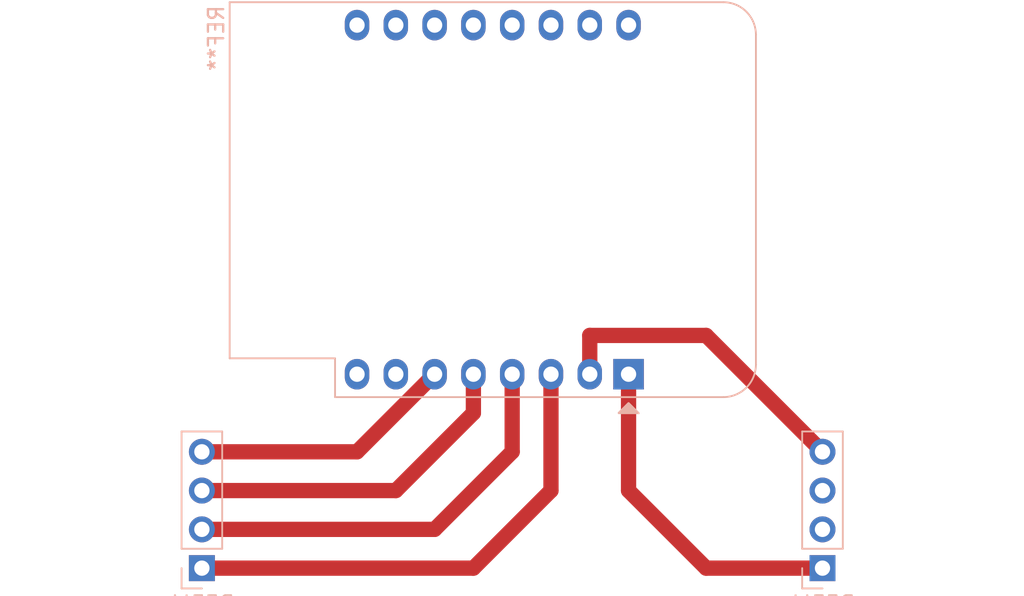
<source format=kicad_pcb>
(kicad_pcb (version 20171130) (host pcbnew 5.1.9+dfsg1-1)

  (general
    (thickness 1.6)
    (drawings 0)
    (tracks 17)
    (zones 0)
    (modules 3)
    (nets 1)
  )

  (page A4)
  (layers
    (0 F.Cu signal)
    (31 B.Cu signal)
    (32 B.Adhes user hide)
    (33 F.Adhes user hide)
    (34 B.Paste user hide)
    (35 F.Paste user hide)
    (36 B.SilkS user hide)
    (37 F.SilkS user hide)
    (38 B.Mask user hide)
    (39 F.Mask user hide)
    (40 Dwgs.User user)
    (41 Cmts.User user)
    (42 Eco1.User user)
    (43 Eco2.User user)
    (44 Edge.Cuts user)
    (45 Margin user)
    (46 B.CrtYd user)
    (47 F.CrtYd user)
    (48 B.Fab user)
    (49 F.Fab user)
  )

  (setup
    (last_trace_width 1)
    (user_trace_width 1)
    (trace_clearance 0.2)
    (zone_clearance 0.508)
    (zone_45_only no)
    (trace_min 0.2)
    (via_size 0.8)
    (via_drill 0.4)
    (via_min_size 0.4)
    (via_min_drill 0.3)
    (uvia_size 0.3)
    (uvia_drill 0.1)
    (uvias_allowed no)
    (uvia_min_size 0.2)
    (uvia_min_drill 0.1)
    (edge_width 0.05)
    (segment_width 0.2)
    (pcb_text_width 0.3)
    (pcb_text_size 1.5 1.5)
    (mod_edge_width 0.12)
    (mod_text_size 1 1)
    (mod_text_width 0.15)
    (pad_size 1.524 1.524)
    (pad_drill 0.762)
    (pad_to_mask_clearance 0)
    (aux_axis_origin 15.24 15.24)
    (visible_elements FFFFFF7F)
    (pcbplotparams
      (layerselection 0x010fc_ffffffff)
      (usegerberextensions false)
      (usegerberattributes false)
      (usegerberadvancedattributes true)
      (creategerberjobfile true)
      (excludeedgelayer true)
      (linewidth 0.100000)
      (plotframeref false)
      (viasonmask false)
      (mode 1)
      (useauxorigin true)
      (hpglpennumber 1)
      (hpglpenspeed 20)
      (hpglpendiameter 15.000000)
      (psnegative false)
      (psa4output false)
      (plotreference true)
      (plotvalue true)
      (plotinvisibletext false)
      (padsonsilk false)
      (subtractmaskfromsilk false)
      (outputformat 1)
      (mirror false)
      (drillshape 0)
      (scaleselection 1)
      (outputdirectory "out/"))
  )

  (net 0 "")

  (net_class Default "This is the default net class."
    (clearance 0.2)
    (trace_width 0.25)
    (via_dia 0.8)
    (via_drill 0.4)
    (uvia_dia 0.3)
    (uvia_drill 0.1)
  )

  (module Module:WEMOS_D1_mini_light (layer B.Cu) (tedit 5BBFB1CE) (tstamp 60BEEB9D)
    (at 43.18 38.1 90)
    (descr "16-pin module, column spacing 22.86 mm (900 mils), https://wiki.wemos.cc/products:d1:d1_mini, https://c1.staticflickr.com/1/734/31400410271_f278b087db_z.jpg")
    (tags "ESP8266 WiFi microcontroller")
    (fp_text reference REF** (at 22 -27 -90) (layer B.SilkS)
      (effects (font (size 1 1) (thickness 0.15)) (justify mirror))
    )
    (fp_text value WEMOS_D1_mini_light (at 11.7 0 -90) (layer B.Fab)
      (effects (font (size 1 1) (thickness 0.15)) (justify mirror))
    )
    (fp_text user "No copper" (at 11.43 3.81 -90) (layer Cmts.User)
      (effects (font (size 1 1) (thickness 0.15)))
    )
    (fp_text user "KEEP OUT" (at 11.43 6.35 -90) (layer Cmts.User)
      (effects (font (size 1 1) (thickness 0.15)))
    )
    (fp_arc (start 22.23 6.21) (end 24.36 6.21) (angle 90) (layer B.SilkS) (width 0.12))
    (fp_arc (start 0.63 6.21) (end 0.63 8.34) (angle 90) (layer B.SilkS) (width 0.12))
    (fp_arc (start 22.23 6.21) (end 24.23 6.19) (angle 90) (layer B.Fab) (width 0.1))
    (fp_arc (start 0.63 6.21) (end 0.63 8.21) (angle 90) (layer B.Fab) (width 0.1))
    (fp_text user %R (at 11.43 -10 -90) (layer B.Fab)
      (effects (font (size 1 1) (thickness 0.15)) (justify mirror))
    )
    (fp_line (start 1.04 -26.12) (end 24.36 -26.12) (layer B.SilkS) (width 0.12))
    (fp_line (start -1.5 -19.22) (end -1.5 6.21) (layer B.SilkS) (width 0.12))
    (fp_line (start 24.36 -26.12) (end 24.36 6.21) (layer B.SilkS) (width 0.12))
    (fp_line (start 22.24 8.34) (end 0.63 8.34) (layer B.SilkS) (width 0.12))
    (fp_line (start 1.17 -25.99) (end 24.23 -25.99) (layer B.Fab) (width 0.1))
    (fp_line (start 24.23 -25.99) (end 24.23 6.21) (layer B.Fab) (width 0.1))
    (fp_line (start 22.23 8.21) (end 0.63 8.21) (layer B.Fab) (width 0.1))
    (fp_line (start -1.37 -1) (end -1.37 -19.09) (layer B.Fab) (width 0.1))
    (fp_line (start -1.62 8.46) (end 24.48 8.46) (layer B.CrtYd) (width 0.05))
    (fp_line (start 24.48 8.41) (end 24.48 -26.24) (layer B.CrtYd) (width 0.05))
    (fp_line (start 24.48 -26.24) (end -1.62 -26.24) (layer B.CrtYd) (width 0.05))
    (fp_line (start -1.62 -26.24) (end -1.62 8.46) (layer B.CrtYd) (width 0.05))
    (fp_poly (pts (xy -2.54 0.635) (xy -2.54 -0.635) (xy -1.905 0)) (layer B.SilkS) (width 0.15))
    (fp_line (start -1.35 1.4) (end 24.25 1.4) (layer Dwgs.User) (width 0.1))
    (fp_line (start 24.25 1.4) (end 24.25 8.2) (layer Dwgs.User) (width 0.1))
    (fp_line (start 24.25 8.2) (end -1.35 8.2) (layer Dwgs.User) (width 0.1))
    (fp_line (start -1.35 8.2) (end -1.35 1.4) (layer Dwgs.User) (width 0.1))
    (fp_line (start -1.35 1.4) (end 5.45 8.2) (layer Dwgs.User) (width 0.1))
    (fp_line (start 0.65 1.4) (end 7.45 8.2) (layer Dwgs.User) (width 0.1))
    (fp_line (start 2.65 1.4) (end 9.45 8.2) (layer Dwgs.User) (width 0.1))
    (fp_line (start 4.65 1.4) (end 11.45 8.2) (layer Dwgs.User) (width 0.1))
    (fp_line (start 6.65 1.4) (end 13.45 8.2) (layer Dwgs.User) (width 0.1))
    (fp_line (start 8.65 1.4) (end 15.45 8.2) (layer Dwgs.User) (width 0.1))
    (fp_line (start 10.65 1.4) (end 17.45 8.2) (layer Dwgs.User) (width 0.1))
    (fp_line (start 12.65 1.4) (end 19.45 8.2) (layer Dwgs.User) (width 0.1))
    (fp_line (start 14.65 1.4) (end 21.45 8.2) (layer Dwgs.User) (width 0.1))
    (fp_line (start 16.65 1.4) (end 23.45 8.2) (layer Dwgs.User) (width 0.1))
    (fp_line (start 18.65 1.4) (end 24.25 7) (layer Dwgs.User) (width 0.1))
    (fp_line (start 20.65 1.4) (end 24.25 5) (layer Dwgs.User) (width 0.1))
    (fp_line (start 22.65 1.4) (end 24.25 3) (layer Dwgs.User) (width 0.1))
    (fp_line (start -1.35 3.4) (end 3.45 8.2) (layer Dwgs.User) (width 0.1))
    (fp_line (start -1.3 5.45) (end 1.45 8.2) (layer Dwgs.User) (width 0.1))
    (fp_line (start -1.35 7.4) (end -0.55 8.2) (layer Dwgs.User) (width 0.1))
    (fp_line (start -1.37 -19.09) (end 1.17 -19.09) (layer B.Fab) (width 0.1))
    (fp_line (start 1.17 -19.09) (end 1.17 -25.99) (layer B.Fab) (width 0.1))
    (fp_line (start -1.37 6.21) (end -1.37 1) (layer B.Fab) (width 0.1))
    (fp_line (start -1.37 -1) (end -0.37 0) (layer B.Fab) (width 0.1))
    (fp_line (start -0.37 0) (end -1.37 1) (layer B.Fab) (width 0.1))
    (fp_line (start -1.5 -19.22) (end 1.04 -19.22) (layer B.SilkS) (width 0.12))
    (fp_line (start 1.04 -19.22) (end 1.04 -26.12) (layer B.SilkS) (width 0.12))
    (pad 16 thru_hole oval (at 22.86 0 90) (size 2 1.6) (drill 1) (layers *.Cu *.Mask))
    (pad 15 thru_hole oval (at 22.86 -2.54 90) (size 2 1.6) (drill 1) (layers *.Cu *.Mask))
    (pad 14 thru_hole oval (at 22.86 -5.08 90) (size 2 1.6) (drill 1) (layers *.Cu *.Mask))
    (pad 13 thru_hole oval (at 22.86 -7.62 90) (size 2 1.6) (drill 1) (layers *.Cu *.Mask))
    (pad 12 thru_hole oval (at 22.86 -10.16 90) (size 2 1.6) (drill 1) (layers *.Cu *.Mask))
    (pad 11 thru_hole oval (at 22.86 -12.7 90) (size 2 1.6) (drill 1) (layers *.Cu *.Mask))
    (pad 10 thru_hole oval (at 22.86 -15.24 90) (size 2 1.6) (drill 1) (layers *.Cu *.Mask))
    (pad 9 thru_hole oval (at 22.86 -17.78 90) (size 2 1.6) (drill 1) (layers *.Cu *.Mask))
    (pad 8 thru_hole oval (at 0 -17.78 90) (size 2 1.6) (drill 1) (layers *.Cu *.Mask))
    (pad 7 thru_hole oval (at 0 -15.24 90) (size 2 1.6) (drill 1) (layers *.Cu *.Mask))
    (pad 6 thru_hole oval (at 0 -12.7 90) (size 2 1.6) (drill 1) (layers *.Cu *.Mask))
    (pad 5 thru_hole oval (at 0 -10.16 90) (size 2 1.6) (drill 1) (layers *.Cu *.Mask))
    (pad 4 thru_hole oval (at 0 -7.62 90) (size 2 1.6) (drill 1) (layers *.Cu *.Mask))
    (pad 3 thru_hole oval (at 0 -5.08 90) (size 2 1.6) (drill 1) (layers *.Cu *.Mask))
    (pad 1 thru_hole rect (at 0 0 90) (size 2 2) (drill 1) (layers *.Cu *.Mask))
    (pad 2 thru_hole oval (at 0 -2.54 90) (size 2 1.6) (drill 1) (layers *.Cu *.Mask))
    (model ${KISYS3DMOD}/Module.3dshapes/WEMOS_D1_mini_light.wrl
      (at (xyz 0 0 0))
      (scale (xyz 1 1 1))
      (rotate (xyz 0 0 0))
    )
    (model ${KISYS3DMOD}/Connector_PinHeader_2.54mm.3dshapes/PinHeader_1x08_P2.54mm_Vertical.wrl
      (offset (xyz 0 0 9.5))
      (scale (xyz 1 1 1))
      (rotate (xyz 0 -180 0))
    )
    (model ${KISYS3DMOD}/Connector_PinHeader_2.54mm.3dshapes/PinHeader_1x08_P2.54mm_Vertical.wrl
      (offset (xyz 22.86 0 9.5))
      (scale (xyz 1 1 1))
      (rotate (xyz 0 -180 0))
    )
    (model ${KISYS3DMOD}/Connector_PinSocket_2.54mm.3dshapes/PinSocket_1x08_P2.54mm_Vertical.wrl
      (at (xyz 0 0 0))
      (scale (xyz 1 1 1))
      (rotate (xyz 0 0 0))
    )
    (model ${KISYS3DMOD}/Connector_PinSocket_2.54mm.3dshapes/PinSocket_1x08_P2.54mm_Vertical.wrl
      (offset (xyz 22.86 0 0))
      (scale (xyz 1 1 1))
      (rotate (xyz 0 0 0))
    )
  )

  (module Connector_PinHeader_2.54mm:PinHeader_1x04_P2.54mm_Vertical (layer B.Cu) (tedit 59FED5CC) (tstamp 60BEE81B)
    (at 55.88 50.8)
    (descr "Through hole straight pin header, 1x04, 2.54mm pitch, single row")
    (tags "Through hole pin header THT 1x04 2.54mm single row")
    (fp_text reference REF** (at 0 2.33) (layer B.SilkS)
      (effects (font (size 1 1) (thickness 0.15)) (justify mirror))
    )
    (fp_text value PinHeader_1x04_P2.54mm_Vertical (at 0 -9.95) (layer B.Fab)
      (effects (font (size 1 1) (thickness 0.15)) (justify mirror))
    )
    (fp_line (start 1.8 1.8) (end -1.8 1.8) (layer B.CrtYd) (width 0.05))
    (fp_line (start 1.8 -9.4) (end 1.8 1.8) (layer B.CrtYd) (width 0.05))
    (fp_line (start -1.8 -9.4) (end 1.8 -9.4) (layer B.CrtYd) (width 0.05))
    (fp_line (start -1.8 1.8) (end -1.8 -9.4) (layer B.CrtYd) (width 0.05))
    (fp_line (start -1.33 1.33) (end 0 1.33) (layer B.SilkS) (width 0.12))
    (fp_line (start -1.33 0) (end -1.33 1.33) (layer B.SilkS) (width 0.12))
    (fp_line (start -1.33 -1.27) (end 1.33 -1.27) (layer B.SilkS) (width 0.12))
    (fp_line (start 1.33 -1.27) (end 1.33 -8.95) (layer B.SilkS) (width 0.12))
    (fp_line (start -1.33 -1.27) (end -1.33 -8.95) (layer B.SilkS) (width 0.12))
    (fp_line (start -1.33 -8.95) (end 1.33 -8.95) (layer B.SilkS) (width 0.12))
    (fp_line (start -1.27 0.635) (end -0.635 1.27) (layer B.Fab) (width 0.1))
    (fp_line (start -1.27 -8.89) (end -1.27 0.635) (layer B.Fab) (width 0.1))
    (fp_line (start 1.27 -8.89) (end -1.27 -8.89) (layer B.Fab) (width 0.1))
    (fp_line (start 1.27 1.27) (end 1.27 -8.89) (layer B.Fab) (width 0.1))
    (fp_line (start -0.635 1.27) (end 1.27 1.27) (layer B.Fab) (width 0.1))
    (fp_text user %R (at 0 -3.81 -90) (layer B.Fab)
      (effects (font (size 1 1) (thickness 0.15)) (justify mirror))
    )
    (pad 1 thru_hole rect (at 0 0) (size 1.7 1.7) (drill 1) (layers *.Cu *.Mask))
    (pad 2 thru_hole oval (at 0 -2.54) (size 1.7 1.7) (drill 1) (layers *.Cu *.Mask))
    (pad 3 thru_hole oval (at 0 -5.08) (size 1.7 1.7) (drill 1) (layers *.Cu *.Mask))
    (pad 4 thru_hole oval (at 0 -7.62) (size 1.7 1.7) (drill 1) (layers *.Cu *.Mask))
    (model ${KISYS3DMOD}/Connector_PinHeader_2.54mm.3dshapes/PinHeader_1x04_P2.54mm_Vertical.wrl
      (at (xyz 0 0 0))
      (scale (xyz 1 1 1))
      (rotate (xyz 0 0 0))
    )
  )

  (module Connector_PinHeader_2.54mm:PinHeader_1x04_P2.54mm_Vertical (layer B.Cu) (tedit 59FED5CC) (tstamp 60BEE7EA)
    (at 15.24 50.8)
    (descr "Through hole straight pin header, 1x04, 2.54mm pitch, single row")
    (tags "Through hole pin header THT 1x04 2.54mm single row")
    (fp_text reference REF** (at 0 2.33) (layer B.SilkS)
      (effects (font (size 1 1) (thickness 0.15)) (justify mirror))
    )
    (fp_text value PinHeader_1x04_P2.54mm_Vertical (at 0 -9.95) (layer B.Fab)
      (effects (font (size 1 1) (thickness 0.15)) (justify mirror))
    )
    (fp_text user %R (at 0 -3.81 -90) (layer B.Fab)
      (effects (font (size 1 1) (thickness 0.15)) (justify mirror))
    )
    (fp_line (start -0.635 1.27) (end 1.27 1.27) (layer B.Fab) (width 0.1))
    (fp_line (start 1.27 1.27) (end 1.27 -8.89) (layer B.Fab) (width 0.1))
    (fp_line (start 1.27 -8.89) (end -1.27 -8.89) (layer B.Fab) (width 0.1))
    (fp_line (start -1.27 -8.89) (end -1.27 0.635) (layer B.Fab) (width 0.1))
    (fp_line (start -1.27 0.635) (end -0.635 1.27) (layer B.Fab) (width 0.1))
    (fp_line (start -1.33 -8.95) (end 1.33 -8.95) (layer B.SilkS) (width 0.12))
    (fp_line (start -1.33 -1.27) (end -1.33 -8.95) (layer B.SilkS) (width 0.12))
    (fp_line (start 1.33 -1.27) (end 1.33 -8.95) (layer B.SilkS) (width 0.12))
    (fp_line (start -1.33 -1.27) (end 1.33 -1.27) (layer B.SilkS) (width 0.12))
    (fp_line (start -1.33 0) (end -1.33 1.33) (layer B.SilkS) (width 0.12))
    (fp_line (start -1.33 1.33) (end 0 1.33) (layer B.SilkS) (width 0.12))
    (fp_line (start -1.8 1.8) (end -1.8 -9.4) (layer B.CrtYd) (width 0.05))
    (fp_line (start -1.8 -9.4) (end 1.8 -9.4) (layer B.CrtYd) (width 0.05))
    (fp_line (start 1.8 -9.4) (end 1.8 1.8) (layer B.CrtYd) (width 0.05))
    (fp_line (start 1.8 1.8) (end -1.8 1.8) (layer B.CrtYd) (width 0.05))
    (pad 4 thru_hole oval (at 0 -7.62) (size 1.7 1.7) (drill 1) (layers *.Cu *.Mask))
    (pad 3 thru_hole oval (at 0 -5.08) (size 1.7 1.7) (drill 1) (layers *.Cu *.Mask))
    (pad 2 thru_hole oval (at 0 -2.54) (size 1.7 1.7) (drill 1) (layers *.Cu *.Mask))
    (pad 1 thru_hole rect (at 0 0) (size 1.7 1.7) (drill 1) (layers *.Cu *.Mask))
    (model ${KISYS3DMOD}/Connector_PinHeader_2.54mm.3dshapes/PinHeader_1x04_P2.54mm_Vertical.wrl
      (at (xyz 0 0 0))
      (scale (xyz 1 1 1))
      (rotate (xyz 0 0 0))
    )
  )

  (segment (start 43.18 38.1) (end 43.18 45.72) (width 1) (layer F.Cu) (net 0))
  (segment (start 48.26 50.8) (end 55.88 50.8) (width 1) (layer F.Cu) (net 0))
  (segment (start 43.18 45.72) (end 48.26 50.8) (width 1) (layer F.Cu) (net 0))
  (segment (start 48.26 35.56) (end 55.88 43.18) (width 1) (layer F.Cu) (net 0))
  (segment (start 40.64 35.56) (end 48.26 35.56) (width 1) (layer F.Cu) (net 0))
  (segment (start 40.64 38.1) (end 40.64 35.56) (width 1) (layer F.Cu) (net 0))
  (segment (start 30.48 38.1) (end 25.4 43.18) (width 1) (layer F.Cu) (net 0))
  (segment (start 25.4 43.18) (end 15.24 43.18) (width 1) (layer F.Cu) (net 0))
  (segment (start 33.02 38.1) (end 33.02 40.64) (width 1) (layer F.Cu) (net 0))
  (segment (start 27.94 45.72) (end 15.24 45.72) (width 1) (layer F.Cu) (net 0))
  (segment (start 33.02 40.64) (end 27.94 45.72) (width 1) (layer F.Cu) (net 0))
  (segment (start 35.56 38.1) (end 35.56 43.18) (width 1) (layer F.Cu) (net 0))
  (segment (start 35.56 43.18) (end 30.48 48.26) (width 1) (layer F.Cu) (net 0))
  (segment (start 30.48 48.26) (end 15.24 48.26) (width 1) (layer F.Cu) (net 0))
  (segment (start 38.1 38.1) (end 38.1 45.72) (width 1) (layer F.Cu) (net 0))
  (segment (start 33.02 50.8) (end 15.24 50.8) (width 1) (layer F.Cu) (net 0))
  (segment (start 38.1 45.72) (end 33.02 50.8) (width 1) (layer F.Cu) (net 0))

)

</source>
